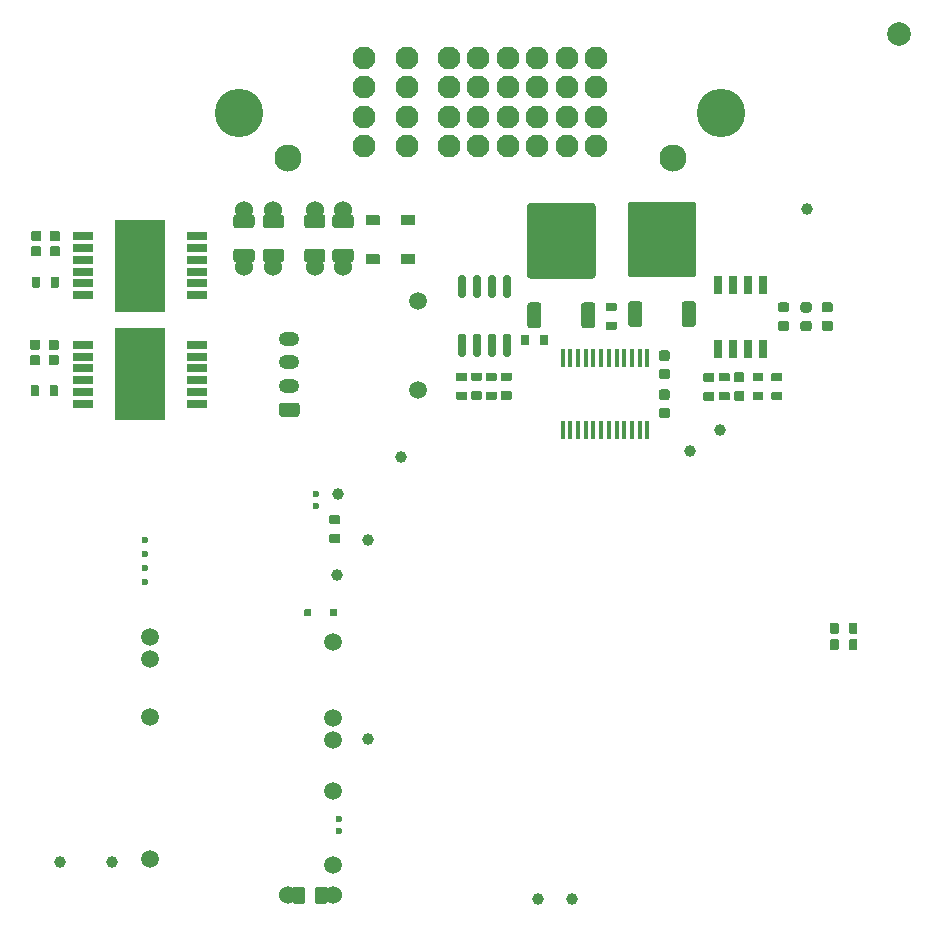
<source format=gts>
G04 #@! TF.GenerationSoftware,KiCad,Pcbnew,8.0.9-8.0.9-0~ubuntu24.04.1*
G04 #@! TF.CreationDate,2025-11-11T04:04:05+00:00*
G04 #@! TF.ProjectId,PROLT,50524f4c-542e-46b6-9963-61645f706362,rev?*
G04 #@! TF.SameCoordinates,Original*
G04 #@! TF.FileFunction,Soldermask,Top*
G04 #@! TF.FilePolarity,Negative*
%FSLAX46Y46*%
G04 Gerber Fmt 4.6, Leading zero omitted, Abs format (unit mm)*
G04 Created by KiCad (PCBNEW 8.0.9-8.0.9-0~ubuntu24.04.1) date 2025-11-11 04:04:05*
%MOMM*%
%LPD*%
G01*
G04 APERTURE LIST*
%ADD10C,1.000000*%
%ADD11C,1.524000*%
%ADD12R,0.650000X1.525000*%
%ADD13R,0.400000X1.650000*%
%ADD14R,1.750000X0.650000*%
%ADD15R,4.300000X7.900000*%
%ADD16O,1.750000X1.200000*%
%ADD17C,4.100000*%
%ADD18C,2.300000*%
%ADD19C,1.950000*%
%ADD20C,0.600000*%
%ADD21C,2.000000*%
%ADD22C,1.500000*%
G04 APERTURE END LIST*
G04 #@! TO.C,R9*
G36*
G01*
X38830000Y43823405D02*
X38050000Y43823405D01*
G75*
G02*
X37980000Y43893405I0J70000D01*
G01*
X37980000Y44453405D01*
G75*
G02*
X38050000Y44523405I70000J0D01*
G01*
X38830000Y44523405D01*
G75*
G02*
X38900000Y44453405I0J-70000D01*
G01*
X38900000Y43893405D01*
G75*
G02*
X38830000Y43823405I-70000J0D01*
G01*
G37*
G36*
G01*
X38830000Y45423405D02*
X38050000Y45423405D01*
G75*
G02*
X37980000Y45493405I0J70000D01*
G01*
X37980000Y46053405D01*
G75*
G02*
X38050000Y46123405I70000J0D01*
G01*
X38830000Y46123405D01*
G75*
G02*
X38900000Y46053405I0J-70000D01*
G01*
X38900000Y45493405D01*
G75*
G02*
X38830000Y45423405I-70000J0D01*
G01*
G37*
G04 #@! TD*
D10*
G04 #@! TO.C,TP1*
X28000000Y35900000D03*
G04 #@! TD*
G04 #@! TO.C,C1*
G36*
G01*
X62270000Y43734999D02*
X61590000Y43734999D01*
G75*
G02*
X61505000Y43819999I0J85000D01*
G01*
X61505000Y44499999D01*
G75*
G02*
X61590000Y44584999I85000J0D01*
G01*
X62270000Y44584999D01*
G75*
G02*
X62355000Y44499999I0J-85000D01*
G01*
X62355000Y43819999D01*
G75*
G02*
X62270000Y43734999I-85000J0D01*
G01*
G37*
G36*
G01*
X62270000Y45315001D02*
X61590000Y45315001D01*
G75*
G02*
X61505000Y45400001I0J85000D01*
G01*
X61505000Y46080001D01*
G75*
G02*
X61590000Y46165001I85000J0D01*
G01*
X62270000Y46165001D01*
G75*
G02*
X62355000Y46080001I0J-85000D01*
G01*
X62355000Y45400001D01*
G75*
G02*
X62270000Y45315001I-85000J0D01*
G01*
G37*
G04 #@! TD*
G04 #@! TO.C,C26*
G36*
G01*
X1894998Y48160000D02*
X1894998Y48840000D01*
G75*
G02*
X1979998Y48925000I85000J0D01*
G01*
X2659998Y48925000D01*
G75*
G02*
X2744998Y48840000I0J-85000D01*
G01*
X2744998Y48160000D01*
G75*
G02*
X2659998Y48075000I-85000J0D01*
G01*
X1979998Y48075000D01*
G75*
G02*
X1894998Y48160000I0J85000D01*
G01*
G37*
G36*
G01*
X3475000Y48160000D02*
X3475000Y48840000D01*
G75*
G02*
X3560000Y48925000I85000J0D01*
G01*
X4240000Y48925000D01*
G75*
G02*
X4325000Y48840000I0J-85000D01*
G01*
X4325000Y48160000D01*
G75*
G02*
X4240000Y48075000I-85000J0D01*
G01*
X3560000Y48075000D01*
G75*
G02*
X3475000Y48160000I0J85000D01*
G01*
G37*
G04 #@! TD*
G04 #@! TO.C,R15*
G36*
G01*
X71950000Y23490000D02*
X71950000Y22710000D01*
G75*
G02*
X71880000Y22640000I-70000J0D01*
G01*
X71320000Y22640000D01*
G75*
G02*
X71250000Y22710000I0J70000D01*
G01*
X71250000Y23490000D01*
G75*
G02*
X71320000Y23560000I70000J0D01*
G01*
X71880000Y23560000D01*
G75*
G02*
X71950000Y23490000I0J-70000D01*
G01*
G37*
G36*
G01*
X70350000Y23490000D02*
X70350000Y22710000D01*
G75*
G02*
X70280000Y22640000I-70000J0D01*
G01*
X69720000Y22640000D01*
G75*
G02*
X69650000Y22710000I0J70000D01*
G01*
X69650000Y23490000D01*
G75*
G02*
X69720000Y23560000I70000J0D01*
G01*
X70280000Y23560000D01*
G75*
G02*
X70350000Y23490000I0J-70000D01*
G01*
G37*
G04 #@! TD*
D11*
G04 #@! TO.C,F7*
X28400000Y59950000D03*
G36*
G01*
X27500000Y58605010D02*
X27500000Y59295010D01*
G75*
G02*
X27730000Y59525010I230000J0D01*
G01*
X29070000Y59525010D01*
G75*
G02*
X29300000Y59295010I0J-230000D01*
G01*
X29300000Y58605010D01*
G75*
G02*
X29070000Y58375010I-230000J0D01*
G01*
X27730000Y58375010D01*
G75*
G02*
X27500000Y58605010I0J230000D01*
G01*
G37*
G36*
G01*
X27500000Y55704990D02*
X27500000Y56394990D01*
G75*
G02*
X27730000Y56624990I230000J0D01*
G01*
X29070000Y56624990D01*
G75*
G02*
X29300000Y56394990I0J-230000D01*
G01*
X29300000Y55704990D01*
G75*
G02*
X29070000Y55474990I-230000J0D01*
G01*
X27730000Y55474990D01*
G75*
G02*
X27500000Y55704990I0J230000D01*
G01*
G37*
X28400000Y55050000D03*
G04 #@! TD*
D10*
G04 #@! TO.C,TP11*
X4400000Y4700000D03*
G04 #@! TD*
G04 #@! TO.C,C29*
G36*
G01*
X55850000Y45575000D02*
X55350000Y45575000D01*
G75*
G02*
X55125000Y45800000I0J225000D01*
G01*
X55125000Y46250000D01*
G75*
G02*
X55350000Y46475000I225000J0D01*
G01*
X55850000Y46475000D01*
G75*
G02*
X56075000Y46250000I0J-225000D01*
G01*
X56075000Y45800000D01*
G75*
G02*
X55850000Y45575000I-225000J0D01*
G01*
G37*
G36*
G01*
X55850000Y47125000D02*
X55350000Y47125000D01*
G75*
G02*
X55125000Y47350000I0J225000D01*
G01*
X55125000Y47800000D01*
G75*
G02*
X55350000Y48025000I225000J0D01*
G01*
X55850000Y48025000D01*
G75*
G02*
X56075000Y47800000I0J-225000D01*
G01*
X56075000Y47350000D01*
G75*
G02*
X55850000Y47125000I-225000J0D01*
G01*
G37*
G04 #@! TD*
D12*
G04 #@! TO.C,IC1*
X60160000Y48113000D03*
X61430000Y48113000D03*
X62700000Y48113000D03*
X63970000Y48113000D03*
X63970000Y53537000D03*
X62700000Y53537000D03*
X61430000Y53537000D03*
X60160000Y53537000D03*
G04 #@! TD*
G04 #@! TO.C,R12*
G36*
G01*
X4250000Y44990000D02*
X4250000Y44210000D01*
G75*
G02*
X4180000Y44140000I-70000J0D01*
G01*
X3620000Y44140000D01*
G75*
G02*
X3550000Y44210000I0J70000D01*
G01*
X3550000Y44990000D01*
G75*
G02*
X3620000Y45060000I70000J0D01*
G01*
X4180000Y45060000D01*
G75*
G02*
X4250000Y44990000I0J-70000D01*
G01*
G37*
G36*
G01*
X2650000Y44990000D02*
X2650000Y44210000D01*
G75*
G02*
X2580000Y44140000I-70000J0D01*
G01*
X2020000Y44140000D01*
G75*
G02*
X1950000Y44210000I0J70000D01*
G01*
X1950000Y44990000D01*
G75*
G02*
X2020000Y45060000I70000J0D01*
G01*
X2580000Y45060000D01*
G75*
G02*
X2650000Y44990000I0J-70000D01*
G01*
G37*
G04 #@! TD*
G04 #@! TO.C,C13*
G36*
G01*
X1994998Y57360000D02*
X1994998Y58040000D01*
G75*
G02*
X2079998Y58125000I85000J0D01*
G01*
X2759998Y58125000D01*
G75*
G02*
X2844998Y58040000I0J-85000D01*
G01*
X2844998Y57360000D01*
G75*
G02*
X2759998Y57275000I-85000J0D01*
G01*
X2079998Y57275000D01*
G75*
G02*
X1994998Y57360000I0J85000D01*
G01*
G37*
G36*
G01*
X3575000Y57360000D02*
X3575000Y58040000D01*
G75*
G02*
X3660000Y58125000I85000J0D01*
G01*
X4340000Y58125000D01*
G75*
G02*
X4425000Y58040000I0J-85000D01*
G01*
X4425000Y57360000D01*
G75*
G02*
X4340000Y57275000I-85000J0D01*
G01*
X3660000Y57275000D01*
G75*
G02*
X3575000Y57360000I0J85000D01*
G01*
G37*
G04 #@! TD*
G04 #@! TO.C,R14*
G36*
G01*
X69650000Y24110000D02*
X69650000Y24890000D01*
G75*
G02*
X69720000Y24960000I70000J0D01*
G01*
X70280000Y24960000D01*
G75*
G02*
X70350000Y24890000I0J-70000D01*
G01*
X70350000Y24110000D01*
G75*
G02*
X70280000Y24040000I-70000J0D01*
G01*
X69720000Y24040000D01*
G75*
G02*
X69650000Y24110000I0J70000D01*
G01*
G37*
G36*
G01*
X71250000Y24110000D02*
X71250000Y24890000D01*
G75*
G02*
X71320000Y24960000I70000J0D01*
G01*
X71880000Y24960000D01*
G75*
G02*
X71950000Y24890000I0J-70000D01*
G01*
X71950000Y24110000D01*
G75*
G02*
X71880000Y24040000I-70000J0D01*
G01*
X71320000Y24040000D01*
G75*
G02*
X71250000Y24110000I0J70000D01*
G01*
G37*
G04 #@! TD*
G04 #@! TO.C,Q1*
G36*
G01*
X44945000Y49900000D02*
X44245000Y49900000D01*
G75*
G02*
X43995000Y50150000I0J250000D01*
G01*
X43995000Y51850000D01*
G75*
G02*
X44245000Y52100000I250000J0D01*
G01*
X44945000Y52100000D01*
G75*
G02*
X45195000Y51850000I0J-250000D01*
G01*
X45195000Y50150000D01*
G75*
G02*
X44945000Y49900000I-250000J0D01*
G01*
G37*
G36*
G01*
X49525003Y54100000D02*
X44224997Y54100000D01*
G75*
G02*
X43975000Y54349997I0J249997D01*
G01*
X43975000Y60250003D01*
G75*
G02*
X44224997Y60500000I249997J0D01*
G01*
X49525003Y60500000D01*
G75*
G02*
X49775000Y60250003I0J-249997D01*
G01*
X49775000Y54349997D01*
G75*
G02*
X49525003Y54100000I-249997J0D01*
G01*
G37*
G36*
G01*
X49505000Y49900000D02*
X48805000Y49900000D01*
G75*
G02*
X48555000Y50150000I0J250000D01*
G01*
X48555000Y51850000D01*
G75*
G02*
X48805000Y52100000I250000J0D01*
G01*
X49505000Y52100000D01*
G75*
G02*
X49755000Y51850000I0J-250000D01*
G01*
X49755000Y50150000D01*
G75*
G02*
X49505000Y49900000I-250000J0D01*
G01*
G37*
G04 #@! TD*
D13*
G04 #@! TO.C,U2*
X54150000Y47340000D03*
X53500000Y47340000D03*
X52850000Y47340000D03*
X52200000Y47340000D03*
X51550000Y47340000D03*
X50900000Y47340000D03*
X50260000Y47340000D03*
X49600000Y47340000D03*
X48950000Y47340000D03*
X48300000Y47340000D03*
X47650000Y47340000D03*
X47010000Y47340000D03*
X47010000Y41300000D03*
X47650000Y41300000D03*
X48300000Y41300000D03*
X48950000Y41300000D03*
X49600000Y41300000D03*
X50260000Y41300000D03*
X50900000Y41300000D03*
X51550000Y41300000D03*
X52200000Y41300000D03*
X52850000Y41300000D03*
X53500000Y41300000D03*
X54150000Y41300000D03*
G04 #@! TD*
D10*
G04 #@! TO.C,TP9*
X8800000Y4700000D03*
G04 #@! TD*
D14*
G04 #@! TO.C,IC3*
X16000000Y43500000D03*
X16000000Y44500000D03*
X16000000Y45500000D03*
X16000000Y46500000D03*
X16000000Y47500000D03*
X16000000Y48500000D03*
X6400000Y48500000D03*
X6400000Y47500000D03*
X6400000Y46500000D03*
X6400000Y45500000D03*
X6400000Y44500000D03*
X6400000Y43500000D03*
D15*
X11200000Y46000000D03*
G04 #@! TD*
G04 #@! TO.C,D3*
G36*
G01*
X27838502Y25512502D02*
X27358502Y25512502D01*
G75*
G02*
X27298502Y25572502I0J60000D01*
G01*
X27298502Y26052502D01*
G75*
G02*
X27358502Y26112502I60000J0D01*
G01*
X27838502Y26112502D01*
G75*
G02*
X27898502Y26052502I0J-60000D01*
G01*
X27898502Y25572502D01*
G75*
G02*
X27838502Y25512502I-60000J0D01*
G01*
G37*
G36*
G01*
X25638502Y25512502D02*
X25158502Y25512502D01*
G75*
G02*
X25098502Y25572502I0J60000D01*
G01*
X25098502Y26052502D01*
G75*
G02*
X25158502Y26112502I60000J0D01*
G01*
X25638502Y26112502D01*
G75*
G02*
X25698502Y26052502I0J-60000D01*
G01*
X25698502Y25572502D01*
G75*
G02*
X25638502Y25512502I-60000J0D01*
G01*
G37*
G04 #@! TD*
G04 #@! TO.C,R1*
G36*
G01*
X43450000Y48510000D02*
X43450000Y49290000D01*
G75*
G02*
X43520000Y49360000I70000J0D01*
G01*
X44080000Y49360000D01*
G75*
G02*
X44150000Y49290000I0J-70000D01*
G01*
X44150000Y48510000D01*
G75*
G02*
X44080000Y48440000I-70000J0D01*
G01*
X43520000Y48440000D01*
G75*
G02*
X43450000Y48510000I0J70000D01*
G01*
G37*
G36*
G01*
X45050000Y48510000D02*
X45050000Y49290000D01*
G75*
G02*
X45120000Y49360000I70000J0D01*
G01*
X45680000Y49360000D01*
G75*
G02*
X45750000Y49290000I0J-70000D01*
G01*
X45750000Y48510000D01*
G75*
G02*
X45680000Y48440000I-70000J0D01*
G01*
X45120000Y48440000D01*
G75*
G02*
X45050000Y48510000I0J70000D01*
G01*
G37*
G04 #@! TD*
D10*
G04 #@! TO.C,TP14*
X57800000Y39500000D03*
G04 #@! TD*
G04 #@! TO.C,C27*
G36*
G01*
X1894998Y46860000D02*
X1894998Y47540000D01*
G75*
G02*
X1979998Y47625000I85000J0D01*
G01*
X2659998Y47625000D01*
G75*
G02*
X2744998Y47540000I0J-85000D01*
G01*
X2744998Y46860000D01*
G75*
G02*
X2659998Y46775000I-85000J0D01*
G01*
X1979998Y46775000D01*
G75*
G02*
X1894998Y46860000I0J85000D01*
G01*
G37*
G36*
G01*
X3475000Y46860000D02*
X3475000Y47540000D01*
G75*
G02*
X3560000Y47625000I85000J0D01*
G01*
X4240000Y47625000D01*
G75*
G02*
X4325000Y47540000I0J-85000D01*
G01*
X4325000Y46860000D01*
G75*
G02*
X4240000Y46775000I-85000J0D01*
G01*
X3560000Y46775000D01*
G75*
G02*
X3475000Y46860000I0J85000D01*
G01*
G37*
G04 #@! TD*
G04 #@! TO.C,R13*
G36*
G01*
X28090000Y31750000D02*
X27310000Y31750000D01*
G75*
G02*
X27240000Y31820000I0J70000D01*
G01*
X27240000Y32380000D01*
G75*
G02*
X27310000Y32450000I70000J0D01*
G01*
X28090000Y32450000D01*
G75*
G02*
X28160000Y32380000I0J-70000D01*
G01*
X28160000Y31820000D01*
G75*
G02*
X28090000Y31750000I-70000J0D01*
G01*
G37*
G36*
G01*
X28090000Y33350000D02*
X27310000Y33350000D01*
G75*
G02*
X27240000Y33420000I0J70000D01*
G01*
X27240000Y33980000D01*
G75*
G02*
X27310000Y34050000I70000J0D01*
G01*
X28090000Y34050000D01*
G75*
G02*
X28160000Y33980000I0J-70000D01*
G01*
X28160000Y33420000D01*
G75*
G02*
X28090000Y33350000I-70000J0D01*
G01*
G37*
G04 #@! TD*
G04 #@! TO.C,J2*
G36*
G01*
X24475000Y42400000D02*
X23225000Y42400000D01*
G75*
G02*
X22975000Y42650000I0J250000D01*
G01*
X22975000Y43350000D01*
G75*
G02*
X23225000Y43600000I250000J0D01*
G01*
X24475000Y43600000D01*
G75*
G02*
X24725000Y43350000I0J-250000D01*
G01*
X24725000Y42650000D01*
G75*
G02*
X24475000Y42400000I-250000J0D01*
G01*
G37*
D16*
X23850000Y45000000D03*
X23850000Y47000000D03*
X23850000Y49000000D03*
G04 #@! TD*
G04 #@! TO.C,R2*
G36*
G01*
X50710000Y52050000D02*
X51490000Y52050000D01*
G75*
G02*
X51560000Y51980000I0J-70000D01*
G01*
X51560000Y51420000D01*
G75*
G02*
X51490000Y51350000I-70000J0D01*
G01*
X50710000Y51350000D01*
G75*
G02*
X50640000Y51420000I0J70000D01*
G01*
X50640000Y51980000D01*
G75*
G02*
X50710000Y52050000I70000J0D01*
G01*
G37*
G36*
G01*
X50710000Y50450000D02*
X51490000Y50450000D01*
G75*
G02*
X51560000Y50380000I0J-70000D01*
G01*
X51560000Y49820000D01*
G75*
G02*
X51490000Y49750000I-70000J0D01*
G01*
X50710000Y49750000D01*
G75*
G02*
X50640000Y49820000I0J70000D01*
G01*
X50640000Y50380000D01*
G75*
G02*
X50710000Y50450000I70000J0D01*
G01*
G37*
G04 #@! TD*
D10*
G04 #@! TO.C,TP3*
X27900000Y29000000D03*
G04 #@! TD*
G04 #@! TO.C,R5*
G36*
G01*
X59755000Y43775000D02*
X58975000Y43775000D01*
G75*
G02*
X58905000Y43845000I0J70000D01*
G01*
X58905000Y44405000D01*
G75*
G02*
X58975000Y44475000I70000J0D01*
G01*
X59755000Y44475000D01*
G75*
G02*
X59825000Y44405000I0J-70000D01*
G01*
X59825000Y43845000D01*
G75*
G02*
X59755000Y43775000I-70000J0D01*
G01*
G37*
G36*
G01*
X59755000Y45375000D02*
X58975000Y45375000D01*
G75*
G02*
X58905000Y45445000I0J70000D01*
G01*
X58905000Y46005000D01*
G75*
G02*
X58975000Y46075000I70000J0D01*
G01*
X59755000Y46075000D01*
G75*
G02*
X59825000Y46005000I0J-70000D01*
G01*
X59825000Y45445000D01*
G75*
G02*
X59755000Y45375000I-70000J0D01*
G01*
G37*
G04 #@! TD*
G04 #@! TO.C,R21*
G36*
G01*
X39310000Y46150000D02*
X40090000Y46150000D01*
G75*
G02*
X40160000Y46080000I0J-70000D01*
G01*
X40160000Y45520000D01*
G75*
G02*
X40090000Y45450000I-70000J0D01*
G01*
X39310000Y45450000D01*
G75*
G02*
X39240000Y45520000I0J70000D01*
G01*
X39240000Y46080000D01*
G75*
G02*
X39310000Y46150000I70000J0D01*
G01*
G37*
G36*
G01*
X39310000Y44550000D02*
X40090000Y44550000D01*
G75*
G02*
X40160000Y44480000I0J-70000D01*
G01*
X40160000Y43920000D01*
G75*
G02*
X40090000Y43850000I-70000J0D01*
G01*
X39310000Y43850000D01*
G75*
G02*
X39240000Y43920000I0J70000D01*
G01*
X39240000Y44480000D01*
G75*
G02*
X39310000Y44550000I70000J0D01*
G01*
G37*
G04 #@! TD*
G04 #@! TO.C,TP12*
X30500000Y32000000D03*
G04 #@! TD*
D17*
G04 #@! TO.C,J1*
X60400000Y68150000D03*
D18*
X56300000Y64300000D03*
X23700000Y64300000D03*
D17*
X19600000Y68150000D03*
D19*
X49850000Y65300000D03*
X49850000Y67800000D03*
X49850000Y70300000D03*
X49850000Y72800000D03*
X47350000Y65300000D03*
X47350000Y67800000D03*
X47350000Y70300000D03*
X47350000Y72800000D03*
X44850000Y65300000D03*
X44850000Y67800000D03*
X44850000Y70300000D03*
X44850000Y72800000D03*
X42350000Y65300000D03*
X42350000Y67800000D03*
X42350000Y70300000D03*
X42350000Y72800000D03*
X39850000Y65300000D03*
X39850000Y67800000D03*
X39850000Y70300000D03*
X39850000Y72800000D03*
X37350000Y65300000D03*
X37350000Y67800000D03*
X37350000Y70300000D03*
X37350000Y72800000D03*
X33850000Y65300000D03*
X33850000Y67800000D03*
X33850000Y70300000D03*
X33850000Y72800000D03*
X30150000Y65300000D03*
X30150000Y67800000D03*
X30150000Y70300000D03*
X30150000Y72800000D03*
G04 #@! TD*
D14*
G04 #@! TO.C,IC2*
X16000000Y52700000D03*
X16000000Y53700000D03*
X16000000Y54700000D03*
X16000000Y55700000D03*
X16000000Y56700000D03*
X16000000Y57700000D03*
X6400000Y57700000D03*
X6400000Y56700000D03*
X6400000Y55700000D03*
X6400000Y54700000D03*
X6400000Y53700000D03*
X6400000Y52700000D03*
D15*
X11200000Y55200000D03*
G04 #@! TD*
D10*
G04 #@! TO.C,TP5*
X47800000Y1600000D03*
G04 #@! TD*
G04 #@! TO.C,TP6*
X44900000Y1600000D03*
G04 #@! TD*
G04 #@! TO.C,TP4*
X67700000Y60000000D03*
G04 #@! TD*
G04 #@! TO.C,F2*
G36*
G01*
X67343750Y52100000D02*
X67856250Y52100000D01*
G75*
G02*
X68075000Y51881250I0J-218750D01*
G01*
X68075000Y51443750D01*
G75*
G02*
X67856250Y51225000I-218750J0D01*
G01*
X67343750Y51225000D01*
G75*
G02*
X67125000Y51443750I0J218750D01*
G01*
X67125000Y51881250D01*
G75*
G02*
X67343750Y52100000I218750J0D01*
G01*
G37*
G36*
G01*
X67343750Y50525000D02*
X67856250Y50525000D01*
G75*
G02*
X68075000Y50306250I0J-218750D01*
G01*
X68075000Y49868750D01*
G75*
G02*
X67856250Y49650000I-218750J0D01*
G01*
X67343750Y49650000D01*
G75*
G02*
X67125000Y49868750I0J218750D01*
G01*
X67125000Y50306250D01*
G75*
G02*
X67343750Y50525000I218750J0D01*
G01*
G37*
G04 #@! TD*
G04 #@! TO.C,U4*
G36*
G01*
X38620000Y47500000D02*
X38320000Y47500000D01*
G75*
G02*
X38170000Y47650000I0J150000D01*
G01*
X38170000Y49300000D01*
G75*
G02*
X38320000Y49450000I150000J0D01*
G01*
X38620000Y49450000D01*
G75*
G02*
X38770000Y49300000I0J-150000D01*
G01*
X38770000Y47650000D01*
G75*
G02*
X38620000Y47500000I-150000J0D01*
G01*
G37*
G36*
G01*
X39890000Y47500000D02*
X39590000Y47500000D01*
G75*
G02*
X39440000Y47650000I0J150000D01*
G01*
X39440000Y49300000D01*
G75*
G02*
X39590000Y49450000I150000J0D01*
G01*
X39890000Y49450000D01*
G75*
G02*
X40040000Y49300000I0J-150000D01*
G01*
X40040000Y47650000D01*
G75*
G02*
X39890000Y47500000I-150000J0D01*
G01*
G37*
G36*
G01*
X41160000Y47500000D02*
X40860000Y47500000D01*
G75*
G02*
X40710000Y47650000I0J150000D01*
G01*
X40710000Y49300000D01*
G75*
G02*
X40860000Y49450000I150000J0D01*
G01*
X41160000Y49450000D01*
G75*
G02*
X41310000Y49300000I0J-150000D01*
G01*
X41310000Y47650000D01*
G75*
G02*
X41160000Y47500000I-150000J0D01*
G01*
G37*
G36*
G01*
X42430000Y47500000D02*
X42130000Y47500000D01*
G75*
G02*
X41980000Y47650000I0J150000D01*
G01*
X41980000Y49300000D01*
G75*
G02*
X42130000Y49450000I150000J0D01*
G01*
X42430000Y49450000D01*
G75*
G02*
X42580000Y49300000I0J-150000D01*
G01*
X42580000Y47650000D01*
G75*
G02*
X42430000Y47500000I-150000J0D01*
G01*
G37*
G36*
G01*
X42430000Y52450000D02*
X42130000Y52450000D01*
G75*
G02*
X41980000Y52600000I0J150000D01*
G01*
X41980000Y54250000D01*
G75*
G02*
X42130000Y54400000I150000J0D01*
G01*
X42430000Y54400000D01*
G75*
G02*
X42580000Y54250000I0J-150000D01*
G01*
X42580000Y52600000D01*
G75*
G02*
X42430000Y52450000I-150000J0D01*
G01*
G37*
G36*
G01*
X41160000Y52450000D02*
X40860000Y52450000D01*
G75*
G02*
X40710000Y52600000I0J150000D01*
G01*
X40710000Y54250000D01*
G75*
G02*
X40860000Y54400000I150000J0D01*
G01*
X41160000Y54400000D01*
G75*
G02*
X41310000Y54250000I0J-150000D01*
G01*
X41310000Y52600000D01*
G75*
G02*
X41160000Y52450000I-150000J0D01*
G01*
G37*
G36*
G01*
X39890000Y52450000D02*
X39590000Y52450000D01*
G75*
G02*
X39440000Y52600000I0J150000D01*
G01*
X39440000Y54250000D01*
G75*
G02*
X39590000Y54400000I150000J0D01*
G01*
X39890000Y54400000D01*
G75*
G02*
X40040000Y54250000I0J-150000D01*
G01*
X40040000Y52600000D01*
G75*
G02*
X39890000Y52450000I-150000J0D01*
G01*
G37*
G36*
G01*
X38620000Y52450000D02*
X38320000Y52450000D01*
G75*
G02*
X38170000Y52600000I0J150000D01*
G01*
X38170000Y54250000D01*
G75*
G02*
X38320000Y54400000I150000J0D01*
G01*
X38620000Y54400000D01*
G75*
G02*
X38770000Y54250000I0J-150000D01*
G01*
X38770000Y52600000D01*
G75*
G02*
X38620000Y52450000I-150000J0D01*
G01*
G37*
G04 #@! TD*
D11*
G04 #@! TO.C,F5*
X22500000Y59950000D03*
G36*
G01*
X21600000Y58605010D02*
X21600000Y59295010D01*
G75*
G02*
X21830000Y59525010I230000J0D01*
G01*
X23170000Y59525010D01*
G75*
G02*
X23400000Y59295010I0J-230000D01*
G01*
X23400000Y58605010D01*
G75*
G02*
X23170000Y58375010I-230000J0D01*
G01*
X21830000Y58375010D01*
G75*
G02*
X21600000Y58605010I0J230000D01*
G01*
G37*
G36*
G01*
X21600000Y55704990D02*
X21600000Y56394990D01*
G75*
G02*
X21830000Y56624990I230000J0D01*
G01*
X23170000Y56624990D01*
G75*
G02*
X23400000Y56394990I0J-230000D01*
G01*
X23400000Y55704990D01*
G75*
G02*
X23170000Y55474990I-230000J0D01*
G01*
X21830000Y55474990D01*
G75*
G02*
X21600000Y55704990I0J230000D01*
G01*
G37*
X22500000Y55050000D03*
G04 #@! TD*
D10*
G04 #@! TO.C,TP10*
X60300000Y41300000D03*
G04 #@! TD*
D11*
G04 #@! TO.C,R16*
X23695000Y1900000D03*
G36*
G01*
X24149999Y1275000D02*
X24149999Y2525000D01*
G75*
G02*
X24249999Y2625000I100000J0D01*
G01*
X25049999Y2625000D01*
G75*
G02*
X25149999Y2525000I0J-100000D01*
G01*
X25149999Y1275000D01*
G75*
G02*
X25049999Y1175000I-100000J0D01*
G01*
X24249999Y1175000D01*
G75*
G02*
X24149999Y1275000I0J100000D01*
G01*
G37*
G36*
G01*
X26050021Y1275000D02*
X26050021Y2525000D01*
G75*
G02*
X26150021Y2625000I100000J0D01*
G01*
X26950021Y2625000D01*
G75*
G02*
X27050021Y2525000I0J-100000D01*
G01*
X27050021Y1275000D01*
G75*
G02*
X26950021Y1175000I-100000J0D01*
G01*
X26150021Y1175000D01*
G75*
G02*
X26050021Y1275000I0J100000D01*
G01*
G37*
X27505000Y1900000D03*
G04 #@! TD*
G04 #@! TO.C,R11*
G36*
G01*
X4350000Y54190000D02*
X4350000Y53410000D01*
G75*
G02*
X4280000Y53340000I-70000J0D01*
G01*
X3720000Y53340000D01*
G75*
G02*
X3650000Y53410000I0J70000D01*
G01*
X3650000Y54190000D01*
G75*
G02*
X3720000Y54260000I70000J0D01*
G01*
X4280000Y54260000D01*
G75*
G02*
X4350000Y54190000I0J-70000D01*
G01*
G37*
G36*
G01*
X2750000Y54190000D02*
X2750000Y53410000D01*
G75*
G02*
X2680000Y53340000I-70000J0D01*
G01*
X2120000Y53340000D01*
G75*
G02*
X2050000Y53410000I0J70000D01*
G01*
X2050000Y54190000D01*
G75*
G02*
X2120000Y54260000I70000J0D01*
G01*
X2680000Y54260000D01*
G75*
G02*
X2750000Y54190000I0J-70000D01*
G01*
G37*
G04 #@! TD*
D10*
G04 #@! TO.C,TP8*
X30500000Y15100000D03*
G04 #@! TD*
G04 #@! TO.C,D2*
G36*
G01*
X31410000Y55300000D02*
X30390000Y55300000D01*
G75*
G02*
X30300000Y55390000I0J90000D01*
G01*
X30300000Y56110000D01*
G75*
G02*
X30390000Y56200000I90000J0D01*
G01*
X31410000Y56200000D01*
G75*
G02*
X31500000Y56110000I0J-90000D01*
G01*
X31500000Y55390000D01*
G75*
G02*
X31410000Y55300000I-90000J0D01*
G01*
G37*
G36*
G01*
X31410000Y58600000D02*
X30390000Y58600000D01*
G75*
G02*
X30300000Y58690000I0J90000D01*
G01*
X30300000Y59410000D01*
G75*
G02*
X30390000Y59500000I90000J0D01*
G01*
X31410000Y59500000D01*
G75*
G02*
X31500000Y59410000I0J-90000D01*
G01*
X31500000Y58690000D01*
G75*
G02*
X31410000Y58600000I-90000J0D01*
G01*
G37*
G04 #@! TD*
D11*
G04 #@! TO.C,F4*
X20000000Y59950000D03*
G36*
G01*
X19100000Y58605010D02*
X19100000Y59295010D01*
G75*
G02*
X19330000Y59525010I230000J0D01*
G01*
X20670000Y59525010D01*
G75*
G02*
X20900000Y59295010I0J-230000D01*
G01*
X20900000Y58605010D01*
G75*
G02*
X20670000Y58375010I-230000J0D01*
G01*
X19330000Y58375010D01*
G75*
G02*
X19100000Y58605010I0J230000D01*
G01*
G37*
G36*
G01*
X19100000Y55704990D02*
X19100000Y56394990D01*
G75*
G02*
X19330000Y56624990I230000J0D01*
G01*
X20670000Y56624990D01*
G75*
G02*
X20900000Y56394990I0J-230000D01*
G01*
X20900000Y55704990D01*
G75*
G02*
X20670000Y55474990I-230000J0D01*
G01*
X19330000Y55474990D01*
G75*
G02*
X19100000Y55704990I0J230000D01*
G01*
G37*
X20000000Y55050000D03*
G04 #@! TD*
D10*
G04 #@! TO.C,TP7*
X33300000Y39000000D03*
G04 #@! TD*
G04 #@! TO.C,D1*
G36*
G01*
X34410000Y55300000D02*
X33390000Y55300000D01*
G75*
G02*
X33300000Y55390000I0J90000D01*
G01*
X33300000Y56110000D01*
G75*
G02*
X33390000Y56200000I90000J0D01*
G01*
X34410000Y56200000D01*
G75*
G02*
X34500000Y56110000I0J-90000D01*
G01*
X34500000Y55390000D01*
G75*
G02*
X34410000Y55300000I-90000J0D01*
G01*
G37*
G36*
G01*
X34410000Y58600000D02*
X33390000Y58600000D01*
G75*
G02*
X33300000Y58690000I0J90000D01*
G01*
X33300000Y59410000D01*
G75*
G02*
X33390000Y59500000I90000J0D01*
G01*
X34410000Y59500000D01*
G75*
G02*
X34500000Y59410000I0J-90000D01*
G01*
X34500000Y58690000D01*
G75*
G02*
X34410000Y58600000I-90000J0D01*
G01*
G37*
G04 #@! TD*
G04 #@! TO.C,F3*
G36*
G01*
X69143750Y52112500D02*
X69656250Y52112500D01*
G75*
G02*
X69875000Y51893750I0J-218750D01*
G01*
X69875000Y51456250D01*
G75*
G02*
X69656250Y51237500I-218750J0D01*
G01*
X69143750Y51237500D01*
G75*
G02*
X68925000Y51456250I0J218750D01*
G01*
X68925000Y51893750D01*
G75*
G02*
X69143750Y52112500I218750J0D01*
G01*
G37*
G36*
G01*
X69143750Y50537500D02*
X69656250Y50537500D01*
G75*
G02*
X69875000Y50318750I0J-218750D01*
G01*
X69875000Y49881250D01*
G75*
G02*
X69656250Y49662500I-218750J0D01*
G01*
X69143750Y49662500D01*
G75*
G02*
X68925000Y49881250I0J218750D01*
G01*
X68925000Y50318750D01*
G75*
G02*
X69143750Y50537500I218750J0D01*
G01*
G37*
G04 #@! TD*
G04 #@! TO.C,R7*
G36*
G01*
X65520000Y43800000D02*
X64740000Y43800000D01*
G75*
G02*
X64670000Y43870000I0J70000D01*
G01*
X64670000Y44430000D01*
G75*
G02*
X64740000Y44500000I70000J0D01*
G01*
X65520000Y44500000D01*
G75*
G02*
X65590000Y44430000I0J-70000D01*
G01*
X65590000Y43870000D01*
G75*
G02*
X65520000Y43800000I-70000J0D01*
G01*
G37*
G36*
G01*
X65520000Y45400000D02*
X64740000Y45400000D01*
G75*
G02*
X64670000Y45470000I0J70000D01*
G01*
X64670000Y46030000D01*
G75*
G02*
X64740000Y46100000I70000J0D01*
G01*
X65520000Y46100000D01*
G75*
G02*
X65590000Y46030000I0J-70000D01*
G01*
X65590000Y45470000D01*
G75*
G02*
X65520000Y45400000I-70000J0D01*
G01*
G37*
G04 #@! TD*
G04 #@! TO.C,R8*
G36*
G01*
X63920000Y43800000D02*
X63140000Y43800000D01*
G75*
G02*
X63070000Y43870000I0J70000D01*
G01*
X63070000Y44430000D01*
G75*
G02*
X63140000Y44500000I70000J0D01*
G01*
X63920000Y44500000D01*
G75*
G02*
X63990000Y44430000I0J-70000D01*
G01*
X63990000Y43870000D01*
G75*
G02*
X63920000Y43800000I-70000J0D01*
G01*
G37*
G36*
G01*
X63920000Y45400000D02*
X63140000Y45400000D01*
G75*
G02*
X63070000Y45470000I0J70000D01*
G01*
X63070000Y46030000D01*
G75*
G02*
X63140000Y46100000I70000J0D01*
G01*
X63920000Y46100000D01*
G75*
G02*
X63990000Y46030000I0J-70000D01*
G01*
X63990000Y45470000D01*
G75*
G02*
X63920000Y45400000I-70000J0D01*
G01*
G37*
G04 #@! TD*
G04 #@! TO.C,C30*
G36*
G01*
X55350000Y44725000D02*
X55850000Y44725000D01*
G75*
G02*
X56075000Y44500000I0J-225000D01*
G01*
X56075000Y44050000D01*
G75*
G02*
X55850000Y43825000I-225000J0D01*
G01*
X55350000Y43825000D01*
G75*
G02*
X55125000Y44050000I0J225000D01*
G01*
X55125000Y44500000D01*
G75*
G02*
X55350000Y44725000I225000J0D01*
G01*
G37*
G36*
G01*
X55350000Y43175000D02*
X55850000Y43175000D01*
G75*
G02*
X56075000Y42950000I0J-225000D01*
G01*
X56075000Y42500000D01*
G75*
G02*
X55850000Y42275000I-225000J0D01*
G01*
X55350000Y42275000D01*
G75*
G02*
X55125000Y42500000I0J225000D01*
G01*
X55125000Y42950000D01*
G75*
G02*
X55350000Y43175000I225000J0D01*
G01*
G37*
G04 #@! TD*
G04 #@! TO.C,R22*
G36*
G01*
X41810000Y46150000D02*
X42590000Y46150000D01*
G75*
G02*
X42660000Y46080000I0J-70000D01*
G01*
X42660000Y45520000D01*
G75*
G02*
X42590000Y45450000I-70000J0D01*
G01*
X41810000Y45450000D01*
G75*
G02*
X41740000Y45520000I0J70000D01*
G01*
X41740000Y46080000D01*
G75*
G02*
X41810000Y46150000I70000J0D01*
G01*
G37*
G36*
G01*
X41810000Y44550000D02*
X42590000Y44550000D01*
G75*
G02*
X42660000Y44480000I0J-70000D01*
G01*
X42660000Y43920000D01*
G75*
G02*
X42590000Y43850000I-70000J0D01*
G01*
X41810000Y43850000D01*
G75*
G02*
X41740000Y43920000I0J70000D01*
G01*
X41740000Y44480000D01*
G75*
G02*
X41810000Y44550000I70000J0D01*
G01*
G37*
G04 #@! TD*
G04 #@! TO.C,Q2*
G36*
G01*
X53472500Y50000000D02*
X52772500Y50000000D01*
G75*
G02*
X52522500Y50250000I0J250000D01*
G01*
X52522500Y51950000D01*
G75*
G02*
X52772500Y52200000I250000J0D01*
G01*
X53472500Y52200000D01*
G75*
G02*
X53722500Y51950000I0J-250000D01*
G01*
X53722500Y50250000D01*
G75*
G02*
X53472500Y50000000I-250000J0D01*
G01*
G37*
G36*
G01*
X58052503Y54200000D02*
X52752497Y54200000D01*
G75*
G02*
X52502500Y54449997I0J249997D01*
G01*
X52502500Y60350003D01*
G75*
G02*
X52752497Y60600000I249997J0D01*
G01*
X58052503Y60600000D01*
G75*
G02*
X58302500Y60350003I0J-249997D01*
G01*
X58302500Y54449997D01*
G75*
G02*
X58052503Y54200000I-249997J0D01*
G01*
G37*
G36*
G01*
X58032500Y50000000D02*
X57332500Y50000000D01*
G75*
G02*
X57082500Y50250000I0J250000D01*
G01*
X57082500Y51950000D01*
G75*
G02*
X57332500Y52200000I250000J0D01*
G01*
X58032500Y52200000D01*
G75*
G02*
X58282500Y51950000I0J-250000D01*
G01*
X58282500Y50250000D01*
G75*
G02*
X58032500Y50000000I-250000J0D01*
G01*
G37*
G04 #@! TD*
D11*
G04 #@! TO.C,F6*
X26000000Y59950000D03*
G36*
G01*
X25100000Y58605010D02*
X25100000Y59295010D01*
G75*
G02*
X25330000Y59525010I230000J0D01*
G01*
X26670000Y59525010D01*
G75*
G02*
X26900000Y59295010I0J-230000D01*
G01*
X26900000Y58605010D01*
G75*
G02*
X26670000Y58375010I-230000J0D01*
G01*
X25330000Y58375010D01*
G75*
G02*
X25100000Y58605010I0J230000D01*
G01*
G37*
G36*
G01*
X25100000Y55704990D02*
X25100000Y56394990D01*
G75*
G02*
X25330000Y56624990I230000J0D01*
G01*
X26670000Y56624990D01*
G75*
G02*
X26900000Y56394990I0J-230000D01*
G01*
X26900000Y55704990D01*
G75*
G02*
X26670000Y55474990I-230000J0D01*
G01*
X25330000Y55474990D01*
G75*
G02*
X25100000Y55704990I0J230000D01*
G01*
G37*
X26000000Y55050000D03*
G04 #@! TD*
G04 #@! TO.C,C14*
G36*
G01*
X1994998Y56060000D02*
X1994998Y56740000D01*
G75*
G02*
X2079998Y56825000I85000J0D01*
G01*
X2759998Y56825000D01*
G75*
G02*
X2844998Y56740000I0J-85000D01*
G01*
X2844998Y56060000D01*
G75*
G02*
X2759998Y55975000I-85000J0D01*
G01*
X2079998Y55975000D01*
G75*
G02*
X1994998Y56060000I0J85000D01*
G01*
G37*
G36*
G01*
X3575000Y56060000D02*
X3575000Y56740000D01*
G75*
G02*
X3660000Y56825000I85000J0D01*
G01*
X4340000Y56825000D01*
G75*
G02*
X4425000Y56740000I0J-85000D01*
G01*
X4425000Y56060000D01*
G75*
G02*
X4340000Y55975000I-85000J0D01*
G01*
X3660000Y55975000D01*
G75*
G02*
X3575000Y56060000I0J85000D01*
G01*
G37*
G04 #@! TD*
G04 #@! TO.C,F1*
G36*
G01*
X65433750Y52112500D02*
X65946250Y52112500D01*
G75*
G02*
X66165000Y51893750I0J-218750D01*
G01*
X66165000Y51456250D01*
G75*
G02*
X65946250Y51237500I-218750J0D01*
G01*
X65433750Y51237500D01*
G75*
G02*
X65215000Y51456250I0J218750D01*
G01*
X65215000Y51893750D01*
G75*
G02*
X65433750Y52112500I218750J0D01*
G01*
G37*
G36*
G01*
X65433750Y50537500D02*
X65946250Y50537500D01*
G75*
G02*
X66165000Y50318750I0J-218750D01*
G01*
X66165000Y49881250D01*
G75*
G02*
X65946250Y49662500I-218750J0D01*
G01*
X65433750Y49662500D01*
G75*
G02*
X65215000Y49881250I0J218750D01*
G01*
X65215000Y50318750D01*
G75*
G02*
X65433750Y50537500I218750J0D01*
G01*
G37*
G04 #@! TD*
G04 #@! TO.C,R6*
G36*
G01*
X61055000Y43800000D02*
X60275000Y43800000D01*
G75*
G02*
X60205000Y43870000I0J70000D01*
G01*
X60205000Y44430000D01*
G75*
G02*
X60275000Y44500000I70000J0D01*
G01*
X61055000Y44500000D01*
G75*
G02*
X61125000Y44430000I0J-70000D01*
G01*
X61125000Y43870000D01*
G75*
G02*
X61055000Y43800000I-70000J0D01*
G01*
G37*
G36*
G01*
X61055000Y45400000D02*
X60275000Y45400000D01*
G75*
G02*
X60205000Y45470000I0J70000D01*
G01*
X60205000Y46030000D01*
G75*
G02*
X60275000Y46100000I70000J0D01*
G01*
X61055000Y46100000D01*
G75*
G02*
X61125000Y46030000I0J-70000D01*
G01*
X61125000Y45470000D01*
G75*
G02*
X61055000Y45400000I-70000J0D01*
G01*
G37*
G04 #@! TD*
D20*
G04 #@! TO.C,M2*
X11662500Y30800000D03*
X11662500Y32000000D03*
X11662500Y29600000D03*
X11662500Y28400000D03*
X26087500Y34860000D03*
X26087500Y35860000D03*
G04 #@! TD*
D21*
G04 #@! TO.C,TP13*
X75500000Y74800000D03*
G04 #@! TD*
D22*
G04 #@! TO.C,M3*
X27574995Y23324999D03*
X27574995Y16925002D03*
X27574995Y15024999D03*
X27574995Y10724999D03*
D20*
X28024994Y8325002D03*
X28024994Y7325001D03*
D22*
X27574995Y4474999D03*
X12074998Y23775001D03*
X12074998Y21925002D03*
X12074998Y16974999D03*
X12074998Y4925001D03*
G04 #@! TD*
G04 #@! TO.C,R10*
G36*
G01*
X41330000Y43825000D02*
X40550000Y43825000D01*
G75*
G02*
X40480000Y43895000I0J70000D01*
G01*
X40480000Y44455000D01*
G75*
G02*
X40550000Y44525000I70000J0D01*
G01*
X41330000Y44525000D01*
G75*
G02*
X41400000Y44455000I0J-70000D01*
G01*
X41400000Y43895000D01*
G75*
G02*
X41330000Y43825000I-70000J0D01*
G01*
G37*
G36*
G01*
X41330000Y45425000D02*
X40550000Y45425000D01*
G75*
G02*
X40480000Y45495000I0J70000D01*
G01*
X40480000Y46055000D01*
G75*
G02*
X40550000Y46125000I70000J0D01*
G01*
X41330000Y46125000D01*
G75*
G02*
X41400000Y46055000I0J-70000D01*
G01*
X41400000Y45495000D01*
G75*
G02*
X41330000Y45425000I-70000J0D01*
G01*
G37*
G04 #@! TD*
G04 #@! TO.C,BT1*
X34700000Y44700000D03*
X34700000Y52199858D03*
G04 #@! TD*
M02*

</source>
